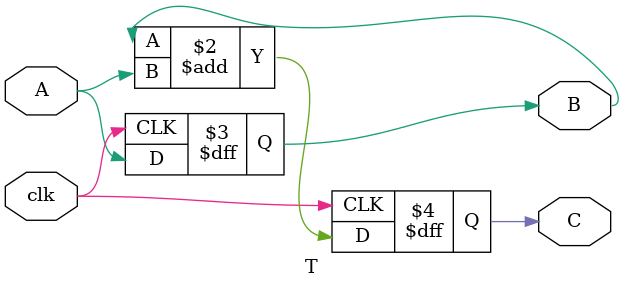
<source format=v>
`timescale 1ns/1ns

module T(input clk, input A, output reg B, output reg C);

always @ (negedge clk) begin
    B <= A;
    C <= B + A;
end

endmodule

</source>
